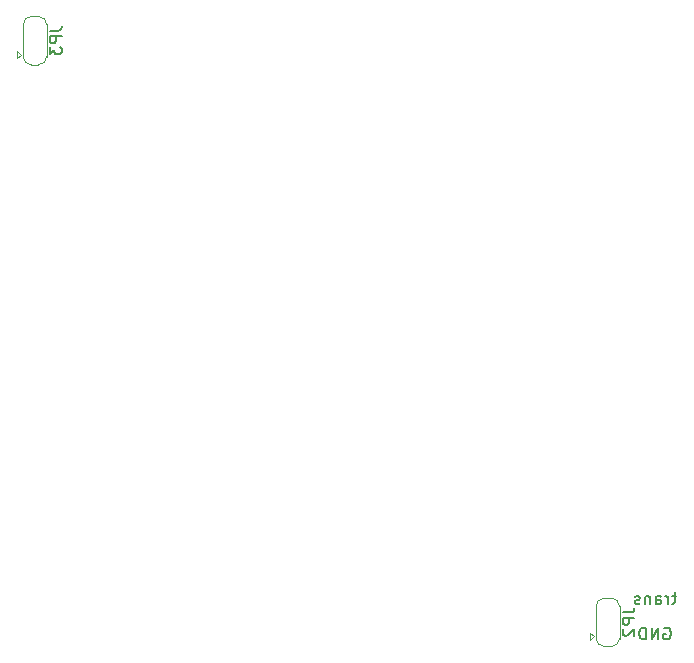
<source format=gbr>
G04 #@! TF.GenerationSoftware,KiCad,Pcbnew,5.1.5-52549c5~84~ubuntu18.04.1*
G04 #@! TF.CreationDate,2020-02-05T15:24:46-05:00*
G04 #@! TF.ProjectId,datapod,64617461-706f-4642-9e6b-696361645f70,1*
G04 #@! TF.SameCoordinates,Original*
G04 #@! TF.FileFunction,Legend,Bot*
G04 #@! TF.FilePolarity,Positive*
%FSLAX46Y46*%
G04 Gerber Fmt 4.6, Leading zero omitted, Abs format (unit mm)*
G04 Created by KiCad (PCBNEW 5.1.5-52549c5~84~ubuntu18.04.1) date 2020-02-05 15:24:46*
%MOMM*%
%LPD*%
G04 APERTURE LIST*
%ADD10C,0.150000*%
%ADD11C,0.120000*%
G04 APERTURE END LIST*
D10*
X154761904Y-77500000D02*
X154857142Y-77452380D01*
X155000000Y-77452380D01*
X155142857Y-77500000D01*
X155238095Y-77595238D01*
X155285714Y-77690476D01*
X155333333Y-77880952D01*
X155333333Y-78023809D01*
X155285714Y-78214285D01*
X155238095Y-78309523D01*
X155142857Y-78404761D01*
X155000000Y-78452380D01*
X154904761Y-78452380D01*
X154761904Y-78404761D01*
X154714285Y-78357142D01*
X154714285Y-78023809D01*
X154904761Y-78023809D01*
X154285714Y-78452380D02*
X154285714Y-77452380D01*
X153714285Y-78452380D01*
X153714285Y-77452380D01*
X153238095Y-78452380D02*
X153238095Y-77452380D01*
X153000000Y-77452380D01*
X152857142Y-77500000D01*
X152761904Y-77595238D01*
X152714285Y-77690476D01*
X152666666Y-77880952D01*
X152666666Y-78023809D01*
X152714285Y-78214285D01*
X152761904Y-78309523D01*
X152857142Y-78404761D01*
X153000000Y-78452380D01*
X153238095Y-78452380D01*
X155809523Y-74785714D02*
X155428571Y-74785714D01*
X155666666Y-74452380D02*
X155666666Y-75309523D01*
X155619047Y-75404761D01*
X155523809Y-75452380D01*
X155428571Y-75452380D01*
X155095238Y-75452380D02*
X155095238Y-74785714D01*
X155095238Y-74976190D02*
X155047619Y-74880952D01*
X155000000Y-74833333D01*
X154904761Y-74785714D01*
X154809523Y-74785714D01*
X154047619Y-75452380D02*
X154047619Y-74928571D01*
X154095238Y-74833333D01*
X154190476Y-74785714D01*
X154380952Y-74785714D01*
X154476190Y-74833333D01*
X154047619Y-75404761D02*
X154142857Y-75452380D01*
X154380952Y-75452380D01*
X154476190Y-75404761D01*
X154523809Y-75309523D01*
X154523809Y-75214285D01*
X154476190Y-75119047D01*
X154380952Y-75071428D01*
X154142857Y-75071428D01*
X154047619Y-75023809D01*
X153571428Y-74785714D02*
X153571428Y-75452380D01*
X153571428Y-74880952D02*
X153523809Y-74833333D01*
X153428571Y-74785714D01*
X153285714Y-74785714D01*
X153190476Y-74833333D01*
X153142857Y-74928571D01*
X153142857Y-75452380D01*
X152714285Y-75404761D02*
X152619047Y-75452380D01*
X152428571Y-75452380D01*
X152333333Y-75404761D01*
X152285714Y-75309523D01*
X152285714Y-75261904D01*
X152333333Y-75166666D01*
X152428571Y-75119047D01*
X152571428Y-75119047D01*
X152666666Y-75071428D01*
X152714285Y-74976190D01*
X152714285Y-74928571D01*
X152666666Y-74833333D01*
X152571428Y-74785714D01*
X152428571Y-74785714D01*
X152333333Y-74833333D01*
D11*
X148800000Y-78200000D02*
X148500000Y-77900000D01*
X148500000Y-78500000D02*
X148500000Y-77900000D01*
X148800000Y-78200000D02*
X148500000Y-78500000D01*
X149700000Y-79050000D02*
X150300000Y-79050000D01*
X149000000Y-75600000D02*
X149000000Y-78400000D01*
X150300000Y-74950000D02*
X149700000Y-74950000D01*
X151000000Y-78400000D02*
X151000000Y-75600000D01*
X151000000Y-75650000D02*
G75*
G03X150300000Y-74950000I-700000J0D01*
G01*
X149700000Y-74950000D02*
G75*
G03X149000000Y-75650000I0J-700000D01*
G01*
X149000000Y-78350000D02*
G75*
G03X149700000Y-79050000I700000J0D01*
G01*
X150300000Y-79050000D02*
G75*
G03X151000000Y-78350000I0J700000D01*
G01*
X100300000Y-28950000D02*
X100000000Y-28650000D01*
X100000000Y-29250000D02*
X100000000Y-28650000D01*
X100300000Y-28950000D02*
X100000000Y-29250000D01*
X101200000Y-29800000D02*
X101800000Y-29800000D01*
X100500000Y-26350000D02*
X100500000Y-29150000D01*
X101800000Y-25700000D02*
X101200000Y-25700000D01*
X102500000Y-29150000D02*
X102500000Y-26350000D01*
X102500000Y-26400000D02*
G75*
G03X101800000Y-25700000I-700000J0D01*
G01*
X101200000Y-25700000D02*
G75*
G03X100500000Y-26400000I0J-700000D01*
G01*
X100500000Y-29100000D02*
G75*
G03X101200000Y-29800000I700000J0D01*
G01*
X101800000Y-29800000D02*
G75*
G03X102500000Y-29100000I0J700000D01*
G01*
D10*
X151252380Y-76166666D02*
X151966666Y-76166666D01*
X152109523Y-76119047D01*
X152204761Y-76023809D01*
X152252380Y-75880952D01*
X152252380Y-75785714D01*
X152252380Y-76642857D02*
X151252380Y-76642857D01*
X151252380Y-77023809D01*
X151300000Y-77119047D01*
X151347619Y-77166666D01*
X151442857Y-77214285D01*
X151585714Y-77214285D01*
X151680952Y-77166666D01*
X151728571Y-77119047D01*
X151776190Y-77023809D01*
X151776190Y-76642857D01*
X151347619Y-77595238D02*
X151300000Y-77642857D01*
X151252380Y-77738095D01*
X151252380Y-77976190D01*
X151300000Y-78071428D01*
X151347619Y-78119047D01*
X151442857Y-78166666D01*
X151538095Y-78166666D01*
X151680952Y-78119047D01*
X152252380Y-77547619D01*
X152252380Y-78166666D01*
X102752380Y-26916666D02*
X103466666Y-26916666D01*
X103609523Y-26869047D01*
X103704761Y-26773809D01*
X103752380Y-26630952D01*
X103752380Y-26535714D01*
X103752380Y-27392857D02*
X102752380Y-27392857D01*
X102752380Y-27773809D01*
X102800000Y-27869047D01*
X102847619Y-27916666D01*
X102942857Y-27964285D01*
X103085714Y-27964285D01*
X103180952Y-27916666D01*
X103228571Y-27869047D01*
X103276190Y-27773809D01*
X103276190Y-27392857D01*
X102752380Y-28297619D02*
X102752380Y-28916666D01*
X103133333Y-28583333D01*
X103133333Y-28726190D01*
X103180952Y-28821428D01*
X103228571Y-28869047D01*
X103323809Y-28916666D01*
X103561904Y-28916666D01*
X103657142Y-28869047D01*
X103704761Y-28821428D01*
X103752380Y-28726190D01*
X103752380Y-28440476D01*
X103704761Y-28345238D01*
X103657142Y-28297619D01*
M02*

</source>
